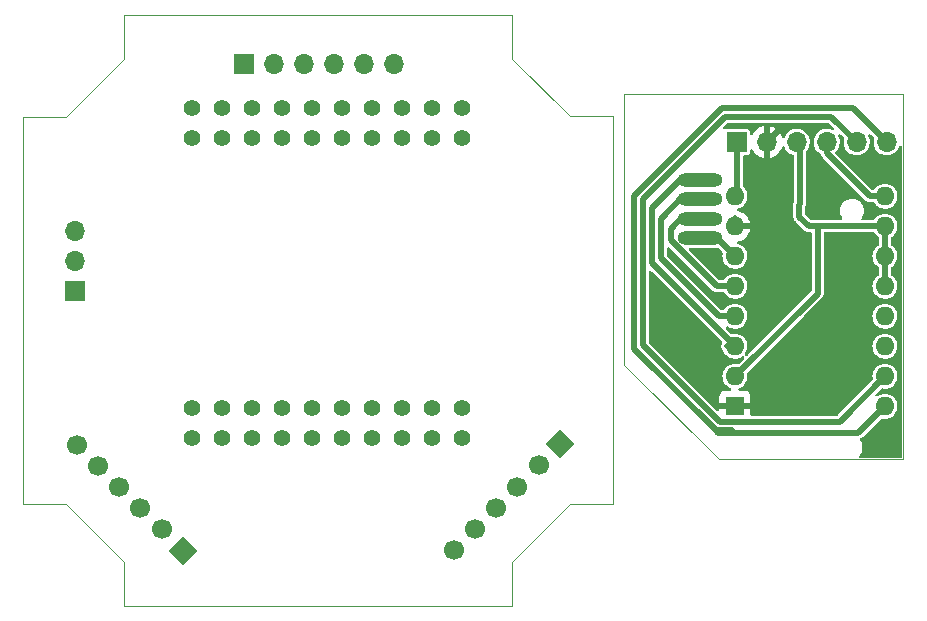
<source format=gbr>
%TF.GenerationSoftware,KiCad,Pcbnew,(6.0.1)*%
%TF.CreationDate,2023-02-04T15:12:00+01:00*%
%TF.ProjectId,PCB_Top_Rev4-PcbDoc,5043425f-546f-4705-9f52-6576342d5063,rev?*%
%TF.SameCoordinates,Original*%
%TF.FileFunction,Copper,L1,Top*%
%TF.FilePolarity,Positive*%
%FSLAX46Y46*%
G04 Gerber Fmt 4.6, Leading zero omitted, Abs format (unit mm)*
G04 Created by KiCad (PCBNEW (6.0.1)) date 2023-02-04 15:12:00*
%MOMM*%
%LPD*%
G01*
G04 APERTURE LIST*
G04 Aperture macros list*
%AMHorizOval*
0 Thick line with rounded ends*
0 $1 width*
0 $2 $3 position (X,Y) of the first rounded end (center of the circle)*
0 $4 $5 position (X,Y) of the second rounded end (center of the circle)*
0 Add line between two ends*
20,1,$1,$2,$3,$4,$5,0*
0 Add two circle primitives to create the rounded ends*
1,1,$1,$2,$3*
1,1,$1,$4,$5*%
%AMRotRect*
0 Rectangle, with rotation*
0 The origin of the aperture is its center*
0 $1 length*
0 $2 width*
0 $3 Rotation angle, in degrees counterclockwise*
0 Add horizontal line*
21,1,$1,$2,0,0,$3*%
G04 Aperture macros list end*
%TA.AperFunction,Profile*%
%ADD10C,0.100000*%
%TD*%
%TA.AperFunction,ComponentPad*%
%ADD11R,1.700000X1.700000*%
%TD*%
%TA.AperFunction,ComponentPad*%
%ADD12O,1.700000X1.700000*%
%TD*%
%TA.AperFunction,ComponentPad*%
%ADD13O,1.600000X1.600000*%
%TD*%
%TA.AperFunction,ComponentPad*%
%ADD14R,1.600000X1.600000*%
%TD*%
%TA.AperFunction,SMDPad,CuDef*%
%ADD15O,3.810000X1.143000*%
%TD*%
%TA.AperFunction,ComponentPad*%
%ADD16RotRect,1.700000X1.700000X225.000000*%
%TD*%
%TA.AperFunction,ComponentPad*%
%ADD17HorizOval,1.700000X0.000000X0.000000X0.000000X0.000000X0*%
%TD*%
%TA.AperFunction,ComponentPad*%
%ADD18RotRect,1.700000X1.700000X315.000000*%
%TD*%
%TA.AperFunction,ComponentPad*%
%ADD19HorizOval,1.700000X0.000000X0.000000X0.000000X0.000000X0*%
%TD*%
%TA.AperFunction,ComponentPad*%
%ADD20C,1.400000*%
%TD*%
%TA.AperFunction,Conductor*%
%ADD21C,0.500000*%
%TD*%
G04 APERTURE END LIST*
D10*
X169773600Y-58572400D02*
X170332400Y-58572400D01*
X169773600Y-81483200D02*
X169773600Y-58572400D01*
X177800000Y-89509600D02*
X169773600Y-81483200D01*
X193395600Y-89509600D02*
X177800000Y-89509600D01*
X193395600Y-58572400D02*
X193395600Y-89509600D01*
X170332400Y-58572400D02*
X193395600Y-58572400D01*
%TO.C,Ref\u002A\u002A*%
X118831617Y-60473457D02*
X118828000Y-93299227D01*
X127416920Y-101880927D02*
X160242700Y-101884527D01*
X160239100Y-55580407D02*
X160239100Y-51888144D01*
X165128500Y-60469817D02*
X160239100Y-55580407D01*
X168824400Y-93295627D02*
X168828000Y-60469817D01*
X160242700Y-98185027D02*
X165132100Y-93295627D01*
X122523880Y-60473457D02*
X118831617Y-60473457D01*
X160242700Y-101884527D02*
X160242700Y-98185027D01*
X122527490Y-93299227D02*
X127416920Y-98188627D01*
X165132100Y-93295627D02*
X168824400Y-93295627D01*
X127413300Y-55584027D02*
X122523880Y-60473457D01*
X127413300Y-51884527D02*
X127413300Y-55584027D01*
X118828000Y-93299227D02*
X122527490Y-93299227D01*
X127413300Y-51884527D02*
X127413300Y-51884527D01*
X127416920Y-98188627D02*
X127416920Y-101880927D01*
X160239100Y-51888144D02*
X127413300Y-51884527D01*
X168828000Y-60469817D02*
X165128500Y-60469817D01*
%TD*%
D11*
%TO.P,J1,1,Pin_1*%
%TO.N,Net-(A1-Pad8)*%
X179283315Y-62635915D03*
D12*
%TO.P,J1,2,Pin_2*%
%TO.N,GND2*%
X181823315Y-62635915D03*
%TO.P,J1,3,Pin_3*%
%TO.N,Net-(A1-Pad10)*%
X184363315Y-62635915D03*
%TO.P,J1,4,Pin_4*%
%TO.N,Net-(A1-Pad9)*%
X186903315Y-62635915D03*
%TO.P,J1,5,Pin_5*%
%TO.N,Net-(A1-Pad15)*%
X189443315Y-62635915D03*
%TO.P,J1,6,Pin_6*%
%TO.N,Net-(A1-Pad16)*%
X191983315Y-62635915D03*
%TD*%
D13*
%TO.P,A1,16,DIR*%
%TO.N,Net-(A1-Pad16)*%
X191833315Y-85000915D03*
%TO.P,A1,15,STEP*%
%TO.N,Net-(A1-Pad15)*%
X191833315Y-82460915D03*
%TO.P,A1,14,~{SLEEP}*%
%TO.N,unconnected-(A1-Pad14)*%
X191833315Y-79920915D03*
%TO.P,A1,13,~{RESET}*%
%TO.N,unconnected-(A1-Pad13)*%
X191833315Y-77380915D03*
%TO.P,A1,12,MS3*%
%TO.N,Net-(A1-Pad10)*%
X191833315Y-74840915D03*
%TO.P,A1,11,MS2*%
X191833315Y-72300915D03*
%TO.P,A1,10,MS1*%
X191833315Y-69760915D03*
%TO.P,A1,9,~{ENABLE}*%
%TO.N,Net-(A1-Pad9)*%
X191833315Y-67220915D03*
%TO.P,A1,8,VMOT*%
%TO.N,Net-(A1-Pad8)*%
X179133315Y-67220915D03*
%TO.P,A1,7,GND*%
%TO.N,GND2*%
X179133315Y-69760915D03*
%TO.P,A1,6,2B*%
%TO.N,Net-(A1-Pad6)*%
X179133315Y-72300915D03*
%TO.P,A1,5,2A*%
%TO.N,Net-(A1-Pad5)*%
X179133315Y-74840915D03*
%TO.P,A1,4,1A*%
%TO.N,Net-(A1-Pad4)*%
X179133315Y-77380915D03*
%TO.P,A1,3,1B*%
%TO.N,Net-(A1-Pad3)*%
X179133315Y-79920915D03*
%TO.P,A1,2,VDD*%
%TO.N,Net-(A1-Pad10)*%
X179133315Y-82460915D03*
D14*
%TO.P,A1,1,GND*%
%TO.N,GND2*%
X179133315Y-85000915D03*
%TD*%
D15*
%TO.P,J2,1,Pin_1*%
%TO.N,Net-(A1-Pad3)*%
X176211280Y-65820925D03*
%TO.P,J2,2,Pin_2*%
%TO.N,Net-(A1-Pad4)*%
X176211280Y-67471925D03*
%TO.P,J2,3,Pin_3*%
%TO.N,Net-(A1-Pad5)*%
X176211280Y-69122925D03*
%TO.P,J2,4,Pin_4*%
%TO.N,Net-(A1-Pad6)*%
X176211280Y-70773925D03*
%TD*%
D16*
%TO.P,J6,1,Pin_1*%
%TO.N,Net-(J4-Pad1)*%
X132388154Y-97234554D03*
D17*
%TO.P,J6,2,Pin_2*%
%TO.N,GND*%
X130592103Y-95438503D03*
%TO.P,J6,3,Pin_3*%
%TO.N,Net-(J4-Pad3)*%
X128796052Y-93642452D03*
%TO.P,J6,4,Pin_4*%
%TO.N,Net-(J4-Pad1)*%
X127000000Y-91846400D03*
%TO.P,J6,5,Pin_5*%
%TO.N,STP_3*%
X125203949Y-90050349D03*
%TO.P,J6,6,Pin_6*%
%TO.N,DIR_3*%
X123407898Y-88254298D03*
%TD*%
D18*
%TO.P,J5,1,Pin_1*%
%TO.N,Net-(J4-Pad1)*%
X164312136Y-88225080D03*
D19*
%TO.P,J5,2,Pin_2*%
%TO.N,GND*%
X162516085Y-90021131D03*
%TO.P,J5,3,Pin_3*%
%TO.N,Net-(J4-Pad3)*%
X160720034Y-91817182D03*
%TO.P,J5,4,Pin_4*%
%TO.N,Net-(J4-Pad1)*%
X158923982Y-93613234D03*
%TO.P,J5,5,Pin_5*%
%TO.N,STP_2*%
X157127931Y-95409285D03*
%TO.P,J5,6,Pin_6*%
%TO.N,DIR_2*%
X155331880Y-97205336D03*
%TD*%
D11*
%TO.P,J3,1,Pin_1*%
%TO.N,Net-(J4-Pad1)*%
X137566400Y-56038600D03*
D12*
%TO.P,J3,2,Pin_2*%
%TO.N,GND*%
X140106400Y-56038600D03*
%TO.P,J3,3,Pin_3*%
%TO.N,Net-(J4-Pad3)*%
X142646400Y-56038600D03*
%TO.P,J3,4,Pin_4*%
%TO.N,Net-(J4-Pad1)*%
X145186400Y-56038600D03*
%TO.P,J3,5,Pin_5*%
%TO.N,STP_1*%
X147726400Y-56038600D03*
%TO.P,J3,6,Pin_6*%
%TO.N,DIR_1*%
X150266400Y-56038600D03*
%TD*%
D20*
%TO.P,U1,40,CLK*%
%TO.N,unconnected-(U1-Pad40)*%
X156006800Y-59740800D03*
%TO.P,U1,39,SD0*%
%TO.N,unconnected-(U1-Pad39)*%
X156006800Y-62280800D03*
%TO.P,U1,38,SD1*%
%TO.N,unconnected-(U1-Pad38)*%
X153466800Y-59740800D03*
%TO.P,U1,37,TD0*%
%TO.N,unconnected-(U1-Pad37)*%
X153466800Y-62280800D03*
%TO.P,U1,36,IO_02*%
%TO.N,DIR_1*%
X150926800Y-59740800D03*
%TO.P,U1,35,VCC_(USB)*%
%TO.N,Net-(J4-Pad3)*%
X150926800Y-62280800D03*
%TO.P,U1,34,IO_00*%
%TO.N,STP_1*%
X148386800Y-59740800D03*
%TO.P,U1,33,GND*%
%TO.N,GND*%
X148386800Y-62280800D03*
%TO.P,U1,32,IO_04*%
%TO.N,unconnected-(U1-Pad32)*%
X145846800Y-59740800D03*
%TO.P,U1,31,IO_16/D4*%
%TO.N,unconnected-(U1-Pad31)*%
X145846800Y-62280800D03*
%TO.P,U1,30,IO_12/TDI*%
%TO.N,unconnected-(U1-Pad30)*%
X143306800Y-59740800D03*
%TO.P,U1,29,IO_17/D3*%
%TO.N,DIR_2*%
X143306800Y-62280800D03*
%TO.P,U1,28,IO_32*%
%TO.N,unconnected-(U1-Pad28)*%
X140766800Y-59740800D03*
%TO.P,U1,27,IO_21/D2/SDA*%
%TO.N,unconnected-(U1-Pad27)*%
X140766800Y-62280800D03*
%TO.P,U1,26,IO_25*%
%TO.N,unconnected-(U1-Pad26)*%
X138226800Y-59740800D03*
%TO.P,U1,25,IO_22/D1/SCL*%
%TO.N,unconnected-(U1-Pad25)*%
X138226800Y-62280800D03*
%TO.P,U1,24,IO_27*%
%TO.N,unconnected-(U1-Pad24)*%
X135686800Y-59740800D03*
%TO.P,U1,23,RXD*%
%TO.N,unconnected-(U1-Pad23)*%
X135686800Y-62280800D03*
%TO.P,U1,22,GND*%
%TO.N,GND*%
X133146800Y-59740800D03*
%TO.P,U1,21,TXD*%
%TO.N,unconnected-(U1-Pad21)*%
X133146800Y-62280800D03*
%TO.P,U1,20,IO_10/SD3*%
%TO.N,unconnected-(U1-Pad20)*%
X156006800Y-85140800D03*
%TO.P,U1,19,CMD*%
%TO.N,unconnected-(U1-Pad19)*%
X156006800Y-87680800D03*
%TO.P,U1,18,IO_13/TCK*%
%TO.N,STP_2*%
X153466800Y-85140800D03*
%TO.P,U1,17,IO_09/SD2*%
%TO.N,unconnected-(U1-Pad17)*%
X153466800Y-87680800D03*
%TO.P,U1,16,3V3*%
%TO.N,unconnected-(U1-Pad16)*%
X150926800Y-85140800D03*
%TO.P,U1,15,NC*%
%TO.N,unconnected-(U1-Pad15)*%
X150926800Y-87680800D03*
%TO.P,U1,14,IO_05/D8*%
%TO.N,unconnected-(U1-Pad14)*%
X148386800Y-85140800D03*
%TO.P,U1,13,IO_14/TMS*%
%TO.N,STP_3*%
X148386800Y-87680800D03*
%TO.P,U1,12,IO_23/D7*%
%TO.N,unconnected-(U1-Pad12)*%
X145846800Y-85140800D03*
%TO.P,U1,11,IO_34*%
%TO.N,unconnected-(U1-Pad11)*%
X145846800Y-87680800D03*
%TO.P,U1,10,IO_19/D6*%
%TO.N,EN*%
X143306800Y-85140800D03*
%TO.P,U1,9,IO_33*%
%TO.N,unconnected-(U1-Pad9)*%
X143306800Y-87680800D03*
%TO.P,U1,8,IO_18/D5*%
%TO.N,DIR_3*%
X140766800Y-85140800D03*
%TO.P,U1,7,IO_35*%
%TO.N,unconnected-(U1-Pad7)*%
X140766800Y-87680800D03*
%TO.P,U1,6,IO_26/D0*%
%TO.N,unconnected-(U1-Pad6)*%
X138226800Y-85140800D03*
%TO.P,U1,5,IO_39/SVN*%
%TO.N,unconnected-(U1-Pad5)*%
X138226800Y-87680800D03*
%TO.P,U1,4,IO_36/SVP/A0*%
%TO.N,unconnected-(U1-Pad4)*%
X135686800Y-85140800D03*
%TO.P,U1,3,NC*%
%TO.N,unconnected-(U1-Pad3)*%
X135686800Y-87680800D03*
%TO.P,U1,2,RST*%
%TO.N,unconnected-(U1-Pad2)*%
X133146800Y-85140800D03*
%TO.P,U1,1,GND*%
%TO.N,GND*%
X133146800Y-87680800D03*
%TD*%
D12*
%TO.P,J4,3,Pin_3*%
%TO.N,Net-(J4-Pad3)*%
X123247000Y-70190600D03*
%TO.P,J4,2,Pin_2*%
%TO.N,GND*%
X123247000Y-72730600D03*
D11*
%TO.P,J4,1,Pin_1*%
%TO.N,Net-(J4-Pad1)*%
X123247000Y-75270600D03*
%TD*%
D21*
%TO.N,GND2*%
X185437604Y-61282404D02*
X185623200Y-61468000D01*
X183176826Y-61282404D02*
X185437604Y-61282404D01*
X181823315Y-62635915D02*
X183176826Y-61282404D01*
%TO.N,Net-(A1-Pad15)*%
X177829804Y-86304426D02*
X187989804Y-86304426D01*
X187989804Y-86304426D02*
X191833315Y-82460915D01*
X187301720Y-60494320D02*
X178328478Y-60494320D01*
X178328478Y-60494320D02*
X171348400Y-67474398D01*
X171348400Y-67474398D02*
X171348400Y-79823022D01*
X189443315Y-62635915D02*
X187301720Y-60494320D01*
X171348400Y-79823022D02*
X177829804Y-86304426D01*
%TO.N,Net-(A1-Pad16)*%
X178016360Y-59740800D02*
X170594880Y-67162280D01*
X189088200Y-59740800D02*
X178016360Y-59740800D01*
X170594880Y-80135140D02*
X177517686Y-87057946D01*
X191983315Y-62635915D02*
X189088200Y-59740800D01*
X170594880Y-67162280D02*
X170594880Y-80135140D01*
X177720394Y-87260654D02*
X177517686Y-87057946D01*
X189573576Y-87260654D02*
X177720394Y-87260654D01*
X191833315Y-85000915D02*
X189573576Y-87260654D01*
%TO.N,Net-(A1-Pad4)*%
X177812515Y-77380915D02*
X179133315Y-77380915D01*
X172872400Y-72440800D02*
X177812515Y-77380915D01*
X172872400Y-69121705D02*
X172872400Y-72440800D01*
X174776180Y-67217925D02*
X172872400Y-69121705D01*
X176109680Y-67217925D02*
X174776180Y-67217925D01*
%TO.N,Net-(A1-Pad16)*%
X177517686Y-87057946D02*
X178866800Y-87057946D01*
%TO.N,Net-(A1-Pad3)*%
X172118880Y-72906480D02*
X179133315Y-79920915D01*
X172118880Y-68224225D02*
X172118880Y-72906480D01*
X176109680Y-65566925D02*
X174776180Y-65566925D01*
X174776180Y-65566925D02*
X172118880Y-68224225D01*
%TO.N,Net-(A1-Pad5)*%
X177576863Y-74840915D02*
X179133315Y-74840915D01*
X173685200Y-70949252D02*
X177576863Y-74840915D01*
X173685200Y-69959905D02*
X173685200Y-70949252D01*
X174776180Y-68868925D02*
X173685200Y-69959905D01*
X176109680Y-68868925D02*
X174776180Y-68868925D01*
%TO.N,Net-(A1-Pad6)*%
X177352325Y-70519925D02*
X179133315Y-72300915D01*
X176109680Y-70519925D02*
X177352325Y-70519925D01*
%TO.N,Net-(A1-Pad10)*%
X179133315Y-82460915D02*
X186133315Y-75460915D01*
X186133315Y-69760915D02*
X191833315Y-69760915D01*
%TO.N,Net-(A1-Pad8)*%
X179283315Y-62635915D02*
X179283315Y-67070915D01*
%TO.N,Net-(A1-Pad9)*%
X186903315Y-63557271D02*
X190566959Y-67220915D01*
%TO.N,Net-(A1-Pad10)*%
X184633315Y-62905915D02*
X184633315Y-67883309D01*
%TO.N,Net-(A1-Pad9)*%
X190566959Y-67220915D02*
X191833315Y-67220915D01*
%TO.N,Net-(A1-Pad10)*%
X191833315Y-74840915D02*
X191833315Y-72300915D01*
X184633315Y-67883309D02*
X184588874Y-67927750D01*
X184588874Y-68972830D02*
X185376959Y-69760915D01*
X191833315Y-69760915D02*
X191833315Y-72300915D01*
%TO.N,GND2*%
X181823315Y-62635915D02*
X181823315Y-68570915D01*
%TO.N,Net-(A1-Pad9)*%
X186903315Y-62635915D02*
X186903315Y-63557271D01*
%TO.N,Net-(A1-Pad8)*%
X179283315Y-67070915D02*
X179133315Y-67220915D01*
%TO.N,Net-(A1-Pad10)*%
X184588874Y-67927750D02*
X184588874Y-68972830D01*
X184363315Y-62635915D02*
X184633315Y-62905915D01*
%TO.N,GND2*%
X179133315Y-69760915D02*
X179133315Y-69071153D01*
%TO.N,Net-(A1-Pad10)*%
X186133315Y-75460915D02*
X186133315Y-69760915D01*
%TO.N,Net-(A1-Pad3)*%
X178473315Y-79920915D02*
X179133315Y-79920915D01*
%TO.N,GND2*%
X180633315Y-69760915D02*
X179133315Y-69760915D01*
%TO.N,Net-(A1-Pad10)*%
X185376959Y-69760915D02*
X186133315Y-69760915D01*
%TO.N,GND2*%
X181823315Y-68570915D02*
X180633315Y-69760915D01*
%TD*%
%TA.AperFunction,Conductor*%
%TO.N,GND2*%
G36*
X187108680Y-61018822D02*
G01*
X187129654Y-61035725D01*
X187530544Y-61436615D01*
X187564570Y-61498927D01*
X187559505Y-61569742D01*
X187516958Y-61626578D01*
X187450438Y-61651389D01*
X187394760Y-61642740D01*
X187218354Y-61572361D01*
X187212694Y-61571235D01*
X187212690Y-61571234D01*
X187024928Y-61533886D01*
X187024925Y-61533886D01*
X187019261Y-61532759D01*
X187013486Y-61532683D01*
X187013482Y-61532683D01*
X186912108Y-61531356D01*
X186816286Y-61530102D01*
X186810589Y-61531081D01*
X186810588Y-61531081D01*
X186621922Y-61563500D01*
X186616225Y-61564479D01*
X186425778Y-61634739D01*
X186251325Y-61738527D01*
X186246985Y-61742333D01*
X186246981Y-61742336D01*
X186103048Y-61868563D01*
X186098707Y-61872370D01*
X185973035Y-62031784D01*
X185970346Y-62036895D01*
X185970344Y-62036898D01*
X185959148Y-62058179D01*
X185878518Y-62211430D01*
X185818322Y-62405293D01*
X185794463Y-62606879D01*
X185807739Y-62809437D01*
X185809160Y-62815033D01*
X185809161Y-62815038D01*
X185852444Y-62985460D01*
X185857707Y-63006184D01*
X185860124Y-63011427D01*
X185897325Y-63092123D01*
X185942692Y-63190531D01*
X186059848Y-63356304D01*
X186205253Y-63497950D01*
X186210057Y-63501160D01*
X186355664Y-63598452D01*
X186401192Y-63652929D01*
X186403703Y-63660812D01*
X186404216Y-63660627D01*
X186406815Y-63667826D01*
X186411897Y-63688209D01*
X186412842Y-63691439D01*
X186414114Y-63700323D01*
X186417829Y-63708494D01*
X186433533Y-63743034D01*
X186437345Y-63752399D01*
X186450237Y-63788108D01*
X186450239Y-63788111D01*
X186453287Y-63796555D01*
X186458583Y-63803804D01*
X186460155Y-63806761D01*
X186468408Y-63820885D01*
X186470213Y-63823708D01*
X186473927Y-63831876D01*
X186503689Y-63866415D01*
X186504558Y-63867424D01*
X186510840Y-63875335D01*
X186518788Y-63886215D01*
X186529650Y-63897077D01*
X186536008Y-63903923D01*
X186568259Y-63941353D01*
X186575794Y-63946237D01*
X186582366Y-63951970D01*
X186593770Y-63961197D01*
X190160282Y-67527709D01*
X190167824Y-67537149D01*
X190168204Y-67536826D01*
X190174022Y-67543662D01*
X190178812Y-67551254D01*
X190185540Y-67557196D01*
X190218818Y-67586586D01*
X190224505Y-67591932D01*
X190235839Y-67603266D01*
X190239422Y-67605951D01*
X190239424Y-67605953D01*
X190244114Y-67609468D01*
X190251957Y-67615853D01*
X190287129Y-67646916D01*
X190295251Y-67650729D01*
X190298052Y-67652569D01*
X190312047Y-67660978D01*
X190315010Y-67662600D01*
X190322195Y-67667985D01*
X190330605Y-67671138D01*
X190330607Y-67671139D01*
X190366141Y-67684461D01*
X190375454Y-67688385D01*
X190417941Y-67708332D01*
X190426815Y-67709714D01*
X190430042Y-67710700D01*
X190445825Y-67714840D01*
X190449103Y-67715561D01*
X190457511Y-67718713D01*
X190471268Y-67719735D01*
X190504316Y-67722191D01*
X190514363Y-67723345D01*
X190522845Y-67724666D01*
X190522848Y-67724666D01*
X190527656Y-67725415D01*
X190543021Y-67725415D01*
X190552359Y-67725761D01*
X190601626Y-67729422D01*
X190610401Y-67727549D01*
X190619097Y-67726956D01*
X190633697Y-67725415D01*
X190830023Y-67725415D01*
X190898144Y-67745417D01*
X190934538Y-67785509D01*
X190936494Y-67784249D01*
X190939831Y-67789427D01*
X190942649Y-67794910D01*
X190946478Y-67799741D01*
X190968284Y-67827253D01*
X191071101Y-67956976D01*
X191075794Y-67960970D01*
X191075795Y-67960971D01*
X191145420Y-68020226D01*
X191228586Y-68091006D01*
X191409104Y-68191895D01*
X191605781Y-68255799D01*
X191811124Y-68280285D01*
X191817259Y-68279813D01*
X191817261Y-68279813D01*
X192011171Y-68264892D01*
X192011175Y-68264891D01*
X192017313Y-68264419D01*
X192216493Y-68208807D01*
X192221997Y-68206027D01*
X192221999Y-68206026D01*
X192395577Y-68118346D01*
X192395579Y-68118345D01*
X192401078Y-68115567D01*
X192564037Y-67988249D01*
X192568063Y-67983585D01*
X192568066Y-67983582D01*
X192695134Y-67836372D01*
X192695135Y-67836370D01*
X192699163Y-67831704D01*
X192757268Y-67729422D01*
X192798265Y-67657255D01*
X192798267Y-67657251D01*
X192801310Y-67651894D01*
X192839588Y-67536826D01*
X192864640Y-67461516D01*
X192864641Y-67461513D01*
X192866585Y-67455668D01*
X192892504Y-67250501D01*
X192892917Y-67220915D01*
X192872737Y-67015104D01*
X192812966Y-66817132D01*
X192759414Y-66716415D01*
X192718774Y-66639982D01*
X192718772Y-66639979D01*
X192715880Y-66634540D01*
X192711989Y-66629770D01*
X192711987Y-66629766D01*
X192589073Y-66479058D01*
X192589070Y-66479055D01*
X192585178Y-66474283D01*
X192578281Y-66468577D01*
X192430586Y-66346393D01*
X192430581Y-66346390D01*
X192425837Y-66342465D01*
X192420418Y-66339535D01*
X192420415Y-66339533D01*
X192249347Y-66247037D01*
X192249342Y-66247035D01*
X192243927Y-66244107D01*
X192046378Y-66182955D01*
X192040253Y-66182311D01*
X192040252Y-66182311D01*
X191846841Y-66161983D01*
X191846839Y-66161983D01*
X191840712Y-66161339D01*
X191714544Y-66172821D01*
X191640906Y-66179522D01*
X191640905Y-66179522D01*
X191634765Y-66180081D01*
X191436381Y-66238469D01*
X191430916Y-66241326D01*
X191258576Y-66331423D01*
X191258572Y-66331426D01*
X191253116Y-66334278D01*
X191091950Y-66463858D01*
X190959023Y-66622275D01*
X190956059Y-66627667D01*
X190956056Y-66627671D01*
X190943166Y-66651118D01*
X190892820Y-66701175D01*
X190832752Y-66716415D01*
X190828120Y-66716415D01*
X190759999Y-66696413D01*
X190739025Y-66679510D01*
X187671824Y-63612309D01*
X187637798Y-63549997D01*
X187642863Y-63479182D01*
X187679142Y-63428046D01*
X187679135Y-63428039D01*
X187679175Y-63427999D01*
X187680354Y-63426337D01*
X187683223Y-63423951D01*
X187683228Y-63423946D01*
X187687660Y-63420260D01*
X187752803Y-63341935D01*
X187813768Y-63268633D01*
X187813770Y-63268630D01*
X187817462Y-63264191D01*
X187916649Y-63087080D01*
X187918505Y-63081613D01*
X187918507Y-63081608D01*
X187980043Y-62900329D01*
X187980044Y-62900324D01*
X187981899Y-62894860D01*
X187982727Y-62889151D01*
X187982728Y-62889146D01*
X188010494Y-62697642D01*
X188011027Y-62693968D01*
X188012547Y-62635915D01*
X187993973Y-62433774D01*
X187992405Y-62428214D01*
X187940440Y-62243961D01*
X187940439Y-62243959D01*
X187938872Y-62238402D01*
X187926306Y-62212919D01*
X187893596Y-62146591D01*
X187881406Y-62076649D01*
X187908965Y-62011219D01*
X187967523Y-61971076D01*
X188038489Y-61968965D01*
X188095697Y-62001768D01*
X188337907Y-62243978D01*
X188371933Y-62306290D01*
X188369145Y-62370437D01*
X188358322Y-62405293D01*
X188334463Y-62606879D01*
X188347739Y-62809437D01*
X188349160Y-62815033D01*
X188349161Y-62815038D01*
X188392444Y-62985460D01*
X188397707Y-63006184D01*
X188400124Y-63011427D01*
X188437325Y-63092123D01*
X188482692Y-63190531D01*
X188599848Y-63356304D01*
X188745253Y-63497950D01*
X188914035Y-63610727D01*
X188919338Y-63613005D01*
X188919341Y-63613007D01*
X189095236Y-63688577D01*
X189100543Y-63690857D01*
X189142377Y-63700323D01*
X189292894Y-63734382D01*
X189292899Y-63734383D01*
X189298531Y-63735657D01*
X189304302Y-63735884D01*
X189304304Y-63735884D01*
X189364071Y-63738232D01*
X189501368Y-63743627D01*
X189611325Y-63727684D01*
X189696546Y-63715328D01*
X189696551Y-63715327D01*
X189702260Y-63714499D01*
X189707724Y-63712644D01*
X189707729Y-63712643D01*
X189889008Y-63651107D01*
X189889013Y-63651105D01*
X189894480Y-63649249D01*
X190071591Y-63550062D01*
X190111284Y-63517050D01*
X190199011Y-63444087D01*
X190227660Y-63420260D01*
X190292803Y-63341935D01*
X190353768Y-63268633D01*
X190353770Y-63268630D01*
X190357462Y-63264191D01*
X190456649Y-63087080D01*
X190458505Y-63081613D01*
X190458507Y-63081608D01*
X190520043Y-62900329D01*
X190520044Y-62900324D01*
X190521899Y-62894860D01*
X190522727Y-62889151D01*
X190522728Y-62889146D01*
X190550494Y-62697642D01*
X190551027Y-62693968D01*
X190552547Y-62635915D01*
X190533973Y-62433774D01*
X190532405Y-62428214D01*
X190480440Y-62243961D01*
X190480439Y-62243959D01*
X190478872Y-62238402D01*
X190466306Y-62212919D01*
X190433596Y-62146591D01*
X190421406Y-62076649D01*
X190448965Y-62011219D01*
X190507523Y-61971076D01*
X190578489Y-61968965D01*
X190635697Y-62001768D01*
X190877907Y-62243978D01*
X190911933Y-62306290D01*
X190909145Y-62370437D01*
X190898322Y-62405293D01*
X190874463Y-62606879D01*
X190887739Y-62809437D01*
X190889160Y-62815033D01*
X190889161Y-62815038D01*
X190932444Y-62985460D01*
X190937707Y-63006184D01*
X190940124Y-63011427D01*
X190977325Y-63092123D01*
X191022692Y-63190531D01*
X191139848Y-63356304D01*
X191285253Y-63497950D01*
X191454035Y-63610727D01*
X191459338Y-63613005D01*
X191459341Y-63613007D01*
X191635236Y-63688577D01*
X191640543Y-63690857D01*
X191682377Y-63700323D01*
X191832894Y-63734382D01*
X191832899Y-63734383D01*
X191838531Y-63735657D01*
X191844302Y-63735884D01*
X191844304Y-63735884D01*
X191904071Y-63738232D01*
X192041368Y-63743627D01*
X192151325Y-63727684D01*
X192236546Y-63715328D01*
X192236551Y-63715327D01*
X192242260Y-63714499D01*
X192247724Y-63712644D01*
X192247729Y-63712643D01*
X192429008Y-63651107D01*
X192429013Y-63651105D01*
X192434480Y-63649249D01*
X192611591Y-63550062D01*
X192651284Y-63517050D01*
X192739011Y-63444087D01*
X192767660Y-63420260D01*
X192832803Y-63341935D01*
X192893768Y-63268633D01*
X192893770Y-63268630D01*
X192897462Y-63264191D01*
X192996649Y-63087080D01*
X192998505Y-63081613D01*
X192998507Y-63081608D01*
X193023287Y-63008607D01*
X193064124Y-62950530D01*
X193129877Y-62923752D01*
X193199669Y-62936773D01*
X193251342Y-62985460D01*
X193268600Y-63049108D01*
X193268600Y-89256600D01*
X193248598Y-89324721D01*
X193194942Y-89371214D01*
X193142600Y-89382600D01*
X189786545Y-89382600D01*
X189718424Y-89362598D01*
X189671931Y-89308942D01*
X189661827Y-89238668D01*
X189689460Y-89176285D01*
X189754146Y-89098093D01*
X189758074Y-89093345D01*
X189852888Y-88917990D01*
X189911836Y-88727560D01*
X189912685Y-88719486D01*
X189932029Y-88535435D01*
X189932029Y-88535433D01*
X189932673Y-88529306D01*
X189914606Y-88330780D01*
X189912292Y-88322916D01*
X189860064Y-88145464D01*
X189858322Y-88139545D01*
X189765966Y-87962884D01*
X189729941Y-87918078D01*
X189702845Y-87852456D01*
X189715528Y-87782601D01*
X189763964Y-87730693D01*
X189785355Y-87720612D01*
X189804416Y-87713731D01*
X189804420Y-87713729D01*
X189812860Y-87710682D01*
X189820109Y-87705387D01*
X189823066Y-87703814D01*
X189837190Y-87695561D01*
X189840013Y-87693756D01*
X189848181Y-87690042D01*
X189854978Y-87684185D01*
X189854980Y-87684184D01*
X189883729Y-87659411D01*
X189891640Y-87653129D01*
X189902520Y-87645181D01*
X189913382Y-87634319D01*
X189920229Y-87627961D01*
X189950858Y-87601569D01*
X189957658Y-87595710D01*
X189962542Y-87588175D01*
X189968275Y-87581603D01*
X189977502Y-87570199D01*
X191480548Y-86067152D01*
X191542860Y-86033127D01*
X191596704Y-86033187D01*
X191599916Y-86033893D01*
X191605781Y-86035799D01*
X191611899Y-86036529D01*
X191611901Y-86036529D01*
X191682036Y-86044892D01*
X191811124Y-86060285D01*
X191817259Y-86059813D01*
X191817261Y-86059813D01*
X192011171Y-86044892D01*
X192011175Y-86044891D01*
X192017313Y-86044419D01*
X192216493Y-85988807D01*
X192221997Y-85986027D01*
X192221999Y-85986026D01*
X192395577Y-85898346D01*
X192395579Y-85898345D01*
X192401078Y-85895567D01*
X192564037Y-85768249D01*
X192568063Y-85763585D01*
X192568066Y-85763582D01*
X192695134Y-85616372D01*
X192695135Y-85616370D01*
X192699163Y-85611704D01*
X192801310Y-85431894D01*
X192833948Y-85333781D01*
X192864640Y-85241516D01*
X192864641Y-85241513D01*
X192866585Y-85235668D01*
X192892504Y-85030501D01*
X192892917Y-85000915D01*
X192872737Y-84795104D01*
X192812966Y-84597132D01*
X192715880Y-84414540D01*
X192711989Y-84409770D01*
X192711987Y-84409766D01*
X192589073Y-84259058D01*
X192589070Y-84259055D01*
X192585178Y-84254283D01*
X192580429Y-84250354D01*
X192430586Y-84126393D01*
X192430581Y-84126390D01*
X192425837Y-84122465D01*
X192420418Y-84119535D01*
X192420415Y-84119533D01*
X192249347Y-84027037D01*
X192249342Y-84027035D01*
X192243927Y-84024107D01*
X192046378Y-83962955D01*
X192040253Y-83962311D01*
X192040252Y-83962311D01*
X191846841Y-83941983D01*
X191846839Y-83941983D01*
X191840712Y-83941339D01*
X191714544Y-83952821D01*
X191640906Y-83959522D01*
X191640905Y-83959522D01*
X191634765Y-83960081D01*
X191436381Y-84018469D01*
X191430916Y-84021326D01*
X191258576Y-84111423D01*
X191258572Y-84111426D01*
X191253116Y-84114278D01*
X191248316Y-84118138D01*
X191248315Y-84118138D01*
X191230900Y-84132140D01*
X191165277Y-84159236D01*
X191095423Y-84146552D01*
X191043515Y-84098116D01*
X191026033Y-84029305D01*
X191048529Y-83961967D01*
X191062853Y-83944848D01*
X191480548Y-83527153D01*
X191542860Y-83493127D01*
X191596698Y-83493187D01*
X191599927Y-83493897D01*
X191605781Y-83495799D01*
X191811124Y-83520285D01*
X191817259Y-83519813D01*
X191817261Y-83519813D01*
X192011171Y-83504892D01*
X192011175Y-83504891D01*
X192017313Y-83504419D01*
X192216493Y-83448807D01*
X192221997Y-83446027D01*
X192221999Y-83446026D01*
X192395577Y-83358346D01*
X192395579Y-83358345D01*
X192401078Y-83355567D01*
X192564037Y-83228249D01*
X192568063Y-83223585D01*
X192568066Y-83223582D01*
X192695134Y-83076372D01*
X192695135Y-83076370D01*
X192699163Y-83071704D01*
X192801310Y-82891894D01*
X192833947Y-82793781D01*
X192864640Y-82701516D01*
X192864641Y-82701513D01*
X192866585Y-82695668D01*
X192892504Y-82490501D01*
X192892917Y-82460915D01*
X192872737Y-82255104D01*
X192812966Y-82057132D01*
X192715880Y-81874540D01*
X192711989Y-81869770D01*
X192711987Y-81869766D01*
X192589073Y-81719058D01*
X192589070Y-81719055D01*
X192585178Y-81714283D01*
X192578281Y-81708577D01*
X192430586Y-81586393D01*
X192430581Y-81586390D01*
X192425837Y-81582465D01*
X192420418Y-81579535D01*
X192420415Y-81579533D01*
X192249347Y-81487037D01*
X192249342Y-81487035D01*
X192243927Y-81484107D01*
X192046378Y-81422955D01*
X192040253Y-81422311D01*
X192040252Y-81422311D01*
X191846841Y-81401983D01*
X191846839Y-81401983D01*
X191840712Y-81401339D01*
X191714544Y-81412821D01*
X191640906Y-81419522D01*
X191640905Y-81419522D01*
X191634765Y-81420081D01*
X191436381Y-81478469D01*
X191430916Y-81481326D01*
X191258576Y-81571423D01*
X191258572Y-81571426D01*
X191253116Y-81574278D01*
X191091950Y-81703858D01*
X190959023Y-81862275D01*
X190859397Y-82043493D01*
X190796868Y-82240611D01*
X190796182Y-82246728D01*
X190796181Y-82246732D01*
X190795242Y-82255104D01*
X190773816Y-82446121D01*
X190791121Y-82652193D01*
X190792820Y-82658118D01*
X190792821Y-82658121D01*
X190801292Y-82687663D01*
X190800843Y-82758658D01*
X190769269Y-82811490D01*
X187817738Y-85763021D01*
X187755426Y-85797047D01*
X187728643Y-85799926D01*
X180567315Y-85799926D01*
X180499194Y-85779924D01*
X180452701Y-85726268D01*
X180441315Y-85673926D01*
X180441315Y-85273030D01*
X180436840Y-85257791D01*
X180435450Y-85256586D01*
X180427767Y-85254915D01*
X177843431Y-85254915D01*
X177828192Y-85259390D01*
X177826987Y-85260780D01*
X177825316Y-85268463D01*
X177825316Y-85282278D01*
X177805314Y-85350399D01*
X177751658Y-85396892D01*
X177681384Y-85406996D01*
X177616804Y-85377502D01*
X177610221Y-85371373D01*
X174940365Y-82701516D01*
X171889805Y-79650956D01*
X171855779Y-79588644D01*
X171852900Y-79561861D01*
X171852900Y-73658161D01*
X171872902Y-73590040D01*
X171926558Y-73543547D01*
X171996832Y-73533443D01*
X172061412Y-73562937D01*
X172067995Y-73569066D01*
X178015401Y-79516472D01*
X178049427Y-79578784D01*
X178044362Y-79649599D01*
X178032039Y-79674099D01*
X178010632Y-79707125D01*
X178008059Y-79715727D01*
X178008059Y-79715728D01*
X178006412Y-79721237D01*
X177969225Y-79845578D01*
X177968343Y-79990088D01*
X177970810Y-79998719D01*
X177970810Y-79998721D01*
X178005587Y-80120406D01*
X178005589Y-80120410D01*
X178008054Y-80129036D01*
X178012841Y-80136623D01*
X178012842Y-80136625D01*
X178028547Y-80161516D01*
X178085168Y-80251254D01*
X178126439Y-80287703D01*
X178155091Y-80324540D01*
X178242649Y-80494910D01*
X178371101Y-80656976D01*
X178375794Y-80660970D01*
X178375795Y-80660971D01*
X178504701Y-80770678D01*
X178528586Y-80791006D01*
X178709104Y-80891895D01*
X178905781Y-80955799D01*
X179111124Y-80980285D01*
X179117259Y-80979813D01*
X179117261Y-80979813D01*
X179311171Y-80964892D01*
X179311175Y-80964891D01*
X179317313Y-80964419D01*
X179516493Y-80908807D01*
X179521997Y-80906027D01*
X179521999Y-80906026D01*
X179695577Y-80818346D01*
X179695579Y-80818345D01*
X179701078Y-80815567D01*
X179742507Y-80783199D01*
X179808502Y-80757021D01*
X179878172Y-80770678D01*
X179929399Y-80819834D01*
X179945919Y-80888882D01*
X179922485Y-80955900D01*
X179909176Y-80971583D01*
X179485211Y-81395548D01*
X179422899Y-81429574D01*
X179358857Y-81426818D01*
X179346378Y-81422955D01*
X179340253Y-81422311D01*
X179340252Y-81422311D01*
X179146841Y-81401983D01*
X179146839Y-81401983D01*
X179140712Y-81401339D01*
X179014544Y-81412821D01*
X178940906Y-81419522D01*
X178940905Y-81419522D01*
X178934765Y-81420081D01*
X178736381Y-81478469D01*
X178730916Y-81481326D01*
X178558576Y-81571423D01*
X178558572Y-81571426D01*
X178553116Y-81574278D01*
X178391950Y-81703858D01*
X178259023Y-81862275D01*
X178159397Y-82043493D01*
X178096868Y-82240611D01*
X178096182Y-82246728D01*
X178096181Y-82246732D01*
X178095242Y-82255104D01*
X178073816Y-82446121D01*
X178091121Y-82652193D01*
X178148122Y-82850981D01*
X178150940Y-82856463D01*
X178150941Y-82856467D01*
X178239829Y-83029424D01*
X178239832Y-83029428D01*
X178242649Y-83034910D01*
X178371101Y-83196976D01*
X178528586Y-83331006D01*
X178709104Y-83431895D01*
X178752595Y-83446026D01*
X178755848Y-83447083D01*
X178814453Y-83487157D01*
X178842090Y-83552554D01*
X178829983Y-83622510D01*
X178781976Y-83674816D01*
X178716911Y-83692916D01*
X178288646Y-83692916D01*
X178281825Y-83693286D01*
X178230963Y-83698810D01*
X178215711Y-83702436D01*
X178095261Y-83747591D01*
X178079666Y-83756129D01*
X177977591Y-83832630D01*
X177965030Y-83845191D01*
X177888529Y-83947266D01*
X177879991Y-83962861D01*
X177834837Y-84083309D01*
X177831210Y-84098564D01*
X177825684Y-84149429D01*
X177825315Y-84156243D01*
X177825315Y-84728800D01*
X177829790Y-84744039D01*
X177831180Y-84745244D01*
X177838863Y-84746915D01*
X180423199Y-84746915D01*
X180438438Y-84742440D01*
X180439643Y-84741050D01*
X180441314Y-84733367D01*
X180441314Y-84156246D01*
X180440944Y-84149425D01*
X180435420Y-84098563D01*
X180431794Y-84083311D01*
X180386639Y-83962861D01*
X180378101Y-83947266D01*
X180301600Y-83845191D01*
X180289039Y-83832630D01*
X180186964Y-83756129D01*
X180171369Y-83747591D01*
X180050921Y-83702437D01*
X180035666Y-83698810D01*
X179984801Y-83693284D01*
X179977987Y-83692915D01*
X179558756Y-83692915D01*
X179490635Y-83672913D01*
X179444142Y-83619257D01*
X179434038Y-83548983D01*
X179463532Y-83484403D01*
X179512518Y-83449917D01*
X179516493Y-83448807D01*
X179521995Y-83446028D01*
X179521997Y-83446027D01*
X179695577Y-83358346D01*
X179695579Y-83358345D01*
X179701078Y-83355567D01*
X179864037Y-83228249D01*
X179868063Y-83223585D01*
X179868066Y-83223582D01*
X179995134Y-83076372D01*
X179995135Y-83076370D01*
X179999163Y-83071704D01*
X180101310Y-82891894D01*
X180133947Y-82793781D01*
X180164640Y-82701516D01*
X180164641Y-82701513D01*
X180166585Y-82695668D01*
X180192504Y-82490501D01*
X180192917Y-82460915D01*
X180172737Y-82255104D01*
X180166671Y-82235013D01*
X180166131Y-82164019D01*
X180198199Y-82109502D01*
X182401580Y-79906121D01*
X190773816Y-79906121D01*
X190791121Y-80112193D01*
X190848122Y-80310981D01*
X190850940Y-80316463D01*
X190850941Y-80316467D01*
X190939829Y-80489424D01*
X190939832Y-80489428D01*
X190942649Y-80494910D01*
X191071101Y-80656976D01*
X191075794Y-80660970D01*
X191075795Y-80660971D01*
X191204701Y-80770678D01*
X191228586Y-80791006D01*
X191409104Y-80891895D01*
X191605781Y-80955799D01*
X191811124Y-80980285D01*
X191817259Y-80979813D01*
X191817261Y-80979813D01*
X192011171Y-80964892D01*
X192011175Y-80964891D01*
X192017313Y-80964419D01*
X192216493Y-80908807D01*
X192221997Y-80906027D01*
X192221999Y-80906026D01*
X192395577Y-80818346D01*
X192395579Y-80818345D01*
X192401078Y-80815567D01*
X192564037Y-80688249D01*
X192568063Y-80683585D01*
X192568066Y-80683582D01*
X192695134Y-80536372D01*
X192695135Y-80536370D01*
X192699163Y-80531704D01*
X192763926Y-80417702D01*
X192798265Y-80357255D01*
X192798267Y-80357251D01*
X192801310Y-80351894D01*
X192866585Y-80155668D01*
X192892504Y-79950501D01*
X192892917Y-79920915D01*
X192872737Y-79715104D01*
X192812966Y-79517132D01*
X192715880Y-79334540D01*
X192711989Y-79329770D01*
X192711987Y-79329766D01*
X192589073Y-79179058D01*
X192589070Y-79179055D01*
X192585178Y-79174283D01*
X192578281Y-79168577D01*
X192430586Y-79046393D01*
X192430581Y-79046390D01*
X192425837Y-79042465D01*
X192420418Y-79039535D01*
X192420415Y-79039533D01*
X192249347Y-78947037D01*
X192249342Y-78947035D01*
X192243927Y-78944107D01*
X192046378Y-78882955D01*
X192040253Y-78882311D01*
X192040252Y-78882311D01*
X191846841Y-78861983D01*
X191846839Y-78861983D01*
X191840712Y-78861339D01*
X191714544Y-78872821D01*
X191640906Y-78879522D01*
X191640905Y-78879522D01*
X191634765Y-78880081D01*
X191436381Y-78938469D01*
X191430916Y-78941326D01*
X191258576Y-79031423D01*
X191258572Y-79031426D01*
X191253116Y-79034278D01*
X191091950Y-79163858D01*
X190959023Y-79322275D01*
X190859397Y-79503493D01*
X190796868Y-79700611D01*
X190773816Y-79906121D01*
X182401580Y-79906121D01*
X184941580Y-77366121D01*
X190773816Y-77366121D01*
X190791121Y-77572193D01*
X190848122Y-77770981D01*
X190850940Y-77776463D01*
X190850941Y-77776467D01*
X190939829Y-77949424D01*
X190939832Y-77949428D01*
X190942649Y-77954910D01*
X191071101Y-78116976D01*
X191075794Y-78120970D01*
X191075795Y-78120971D01*
X191158318Y-78191203D01*
X191228586Y-78251006D01*
X191409104Y-78351895D01*
X191605781Y-78415799D01*
X191811124Y-78440285D01*
X191817259Y-78439813D01*
X191817261Y-78439813D01*
X192011171Y-78424892D01*
X192011175Y-78424891D01*
X192017313Y-78424419D01*
X192216493Y-78368807D01*
X192221997Y-78366027D01*
X192221999Y-78366026D01*
X192395577Y-78278346D01*
X192395579Y-78278345D01*
X192401078Y-78275567D01*
X192564037Y-78148249D01*
X192568063Y-78143585D01*
X192568066Y-78143582D01*
X192695134Y-77996372D01*
X192695135Y-77996370D01*
X192699163Y-77991704D01*
X192801310Y-77811894D01*
X192866585Y-77615668D01*
X192892504Y-77410501D01*
X192892917Y-77380915D01*
X192872737Y-77175104D01*
X192812966Y-76977132D01*
X192759414Y-76876415D01*
X192718774Y-76799982D01*
X192718772Y-76799979D01*
X192715880Y-76794540D01*
X192711989Y-76789770D01*
X192711987Y-76789766D01*
X192589073Y-76639058D01*
X192589070Y-76639055D01*
X192585178Y-76634283D01*
X192578281Y-76628577D01*
X192430586Y-76506393D01*
X192430581Y-76506390D01*
X192425837Y-76502465D01*
X192420418Y-76499535D01*
X192420415Y-76499533D01*
X192249347Y-76407037D01*
X192249342Y-76407035D01*
X192243927Y-76404107D01*
X192046378Y-76342955D01*
X192040253Y-76342311D01*
X192040252Y-76342311D01*
X191846841Y-76321983D01*
X191846839Y-76321983D01*
X191840712Y-76321339D01*
X191714544Y-76332821D01*
X191640906Y-76339522D01*
X191640905Y-76339522D01*
X191634765Y-76340081D01*
X191436381Y-76398469D01*
X191430916Y-76401326D01*
X191258576Y-76491423D01*
X191258572Y-76491426D01*
X191253116Y-76494278D01*
X191091950Y-76623858D01*
X190959023Y-76782275D01*
X190859397Y-76963493D01*
X190796868Y-77160611D01*
X190773816Y-77366121D01*
X184941580Y-77366121D01*
X186440109Y-75867592D01*
X186449549Y-75860050D01*
X186449226Y-75859670D01*
X186456062Y-75853852D01*
X186463654Y-75849062D01*
X186498987Y-75809055D01*
X186504332Y-75803369D01*
X186515666Y-75792035D01*
X186521868Y-75783760D01*
X186528255Y-75775915D01*
X186553375Y-75747472D01*
X186559316Y-75740745D01*
X186563129Y-75732623D01*
X186564969Y-75729822D01*
X186573378Y-75715827D01*
X186575000Y-75712864D01*
X186580385Y-75705679D01*
X186583539Y-75697267D01*
X186596861Y-75661733D01*
X186600786Y-75652417D01*
X186616916Y-75618060D01*
X186620732Y-75609933D01*
X186622114Y-75601059D01*
X186623100Y-75597832D01*
X186627240Y-75582049D01*
X186627961Y-75578771D01*
X186631113Y-75570363D01*
X186634591Y-75523558D01*
X186635745Y-75513511D01*
X186637066Y-75505029D01*
X186637066Y-75505026D01*
X186637815Y-75500218D01*
X186637815Y-75484853D01*
X186638161Y-75475516D01*
X186641157Y-75435196D01*
X186641822Y-75426248D01*
X186639949Y-75417473D01*
X186639356Y-75408777D01*
X186637815Y-75394177D01*
X186637815Y-70391415D01*
X186657817Y-70323294D01*
X186711473Y-70276801D01*
X186763815Y-70265415D01*
X190830023Y-70265415D01*
X190898144Y-70285417D01*
X190934538Y-70325509D01*
X190936494Y-70324249D01*
X190939831Y-70329427D01*
X190942649Y-70334910D01*
X190946478Y-70339741D01*
X190971812Y-70371704D01*
X191071101Y-70496976D01*
X191228586Y-70631006D01*
X191233963Y-70634011D01*
X191233967Y-70634014D01*
X191264285Y-70650958D01*
X191313991Y-70701651D01*
X191328815Y-70760946D01*
X191328815Y-71298395D01*
X191308813Y-71366516D01*
X191263602Y-71407854D01*
X191263731Y-71408051D01*
X191262520Y-71408843D01*
X191261196Y-71410054D01*
X191253116Y-71414278D01*
X191091950Y-71543858D01*
X190959023Y-71702275D01*
X190859397Y-71883493D01*
X190796868Y-72080611D01*
X190796182Y-72086728D01*
X190796182Y-72086730D01*
X190773816Y-72286121D01*
X190791121Y-72492193D01*
X190848122Y-72690981D01*
X190850940Y-72696463D01*
X190850941Y-72696467D01*
X190939829Y-72869424D01*
X190939832Y-72869428D01*
X190942649Y-72874910D01*
X191071101Y-73036976D01*
X191228586Y-73171006D01*
X191233963Y-73174011D01*
X191233967Y-73174014D01*
X191264285Y-73190958D01*
X191313991Y-73241651D01*
X191328815Y-73300946D01*
X191328815Y-73838395D01*
X191308813Y-73906516D01*
X191263602Y-73947854D01*
X191263731Y-73948051D01*
X191262520Y-73948843D01*
X191261196Y-73950054D01*
X191253116Y-73954278D01*
X191091950Y-74083858D01*
X190959023Y-74242275D01*
X190859397Y-74423493D01*
X190796868Y-74620611D01*
X190773816Y-74826121D01*
X190791121Y-75032193D01*
X190848122Y-75230981D01*
X190850940Y-75236463D01*
X190850941Y-75236467D01*
X190939829Y-75409424D01*
X190939832Y-75409428D01*
X190942649Y-75414910D01*
X191071101Y-75576976D01*
X191075794Y-75580970D01*
X191075795Y-75580971D01*
X191212443Y-75697267D01*
X191228586Y-75711006D01*
X191409104Y-75811895D01*
X191605781Y-75875799D01*
X191811124Y-75900285D01*
X191817259Y-75899813D01*
X191817261Y-75899813D01*
X192011171Y-75884892D01*
X192011175Y-75884891D01*
X192017313Y-75884419D01*
X192216493Y-75828807D01*
X192221997Y-75826027D01*
X192221999Y-75826026D01*
X192395577Y-75738346D01*
X192395579Y-75738345D01*
X192401078Y-75735567D01*
X192564037Y-75608249D01*
X192568063Y-75603585D01*
X192568066Y-75603582D01*
X192695134Y-75456372D01*
X192695135Y-75456370D01*
X192699163Y-75451704D01*
X192758668Y-75346957D01*
X192798265Y-75277255D01*
X192798267Y-75277251D01*
X192801310Y-75271894D01*
X192866585Y-75075668D01*
X192892504Y-74870501D01*
X192892917Y-74840915D01*
X192872737Y-74635104D01*
X192812966Y-74437132D01*
X192759414Y-74336415D01*
X192718774Y-74259982D01*
X192718772Y-74259979D01*
X192715880Y-74254540D01*
X192711989Y-74249770D01*
X192711987Y-74249766D01*
X192589073Y-74099058D01*
X192589070Y-74099055D01*
X192585178Y-74094283D01*
X192578281Y-74088577D01*
X192430586Y-73966393D01*
X192430581Y-73966390D01*
X192425837Y-73962465D01*
X192420417Y-73959535D01*
X192420412Y-73959531D01*
X192403888Y-73950597D01*
X192353478Y-73900603D01*
X192337815Y-73839761D01*
X192337815Y-73304272D01*
X192357817Y-73236151D01*
X192396109Y-73198077D01*
X192401078Y-73195567D01*
X192405930Y-73191776D01*
X192405935Y-73191773D01*
X192482558Y-73131908D01*
X192564037Y-73068249D01*
X192568063Y-73063585D01*
X192568066Y-73063582D01*
X192695134Y-72916372D01*
X192695135Y-72916370D01*
X192699163Y-72911704D01*
X192801310Y-72731894D01*
X192866585Y-72535668D01*
X192892504Y-72330501D01*
X192892917Y-72300915D01*
X192872737Y-72095104D01*
X192812966Y-71897132D01*
X192764423Y-71805836D01*
X192718774Y-71719982D01*
X192718772Y-71719979D01*
X192715880Y-71714540D01*
X192711989Y-71709770D01*
X192711987Y-71709766D01*
X192589073Y-71559058D01*
X192589070Y-71559055D01*
X192585178Y-71554283D01*
X192572747Y-71543999D01*
X192430586Y-71426393D01*
X192430581Y-71426390D01*
X192425837Y-71422465D01*
X192420417Y-71419535D01*
X192420412Y-71419531D01*
X192403888Y-71410597D01*
X192353478Y-71360603D01*
X192337815Y-71299761D01*
X192337815Y-70764272D01*
X192357817Y-70696151D01*
X192396109Y-70658077D01*
X192401078Y-70655567D01*
X192405930Y-70651776D01*
X192405935Y-70651773D01*
X192482558Y-70591908D01*
X192564037Y-70528249D01*
X192568063Y-70523585D01*
X192568066Y-70523582D01*
X192695134Y-70376372D01*
X192695135Y-70376370D01*
X192699163Y-70371704D01*
X192757268Y-70269422D01*
X192798265Y-70197255D01*
X192798267Y-70197251D01*
X192801310Y-70191894D01*
X192839588Y-70076826D01*
X192864640Y-70001516D01*
X192864641Y-70001513D01*
X192866585Y-69995668D01*
X192892504Y-69790501D01*
X192892917Y-69760915D01*
X192872737Y-69555104D01*
X192812966Y-69357132D01*
X192754639Y-69247435D01*
X192718774Y-69179982D01*
X192718772Y-69179979D01*
X192715880Y-69174540D01*
X192711989Y-69169770D01*
X192711987Y-69169766D01*
X192589073Y-69019058D01*
X192589070Y-69019055D01*
X192585178Y-69014283D01*
X192578281Y-69008577D01*
X192430586Y-68886393D01*
X192430581Y-68886390D01*
X192425837Y-68882465D01*
X192420418Y-68879535D01*
X192420415Y-68879533D01*
X192249347Y-68787037D01*
X192249342Y-68787035D01*
X192243927Y-68784107D01*
X192046378Y-68722955D01*
X192040253Y-68722311D01*
X192040252Y-68722311D01*
X191846841Y-68701983D01*
X191846839Y-68701983D01*
X191840712Y-68701339D01*
X191714544Y-68712821D01*
X191640906Y-68719522D01*
X191640905Y-68719522D01*
X191634765Y-68720081D01*
X191436381Y-68778469D01*
X191430916Y-68781326D01*
X191258576Y-68871423D01*
X191258572Y-68871426D01*
X191253116Y-68874278D01*
X191091950Y-69003858D01*
X190959023Y-69162275D01*
X190956059Y-69167667D01*
X190956056Y-69167671D01*
X190943166Y-69191118D01*
X190892820Y-69241175D01*
X190832752Y-69256415D01*
X189963334Y-69256415D01*
X189895213Y-69236413D01*
X189848720Y-69182757D01*
X189838616Y-69112483D01*
X189866250Y-69050099D01*
X189881145Y-69032094D01*
X189885074Y-69027345D01*
X189979888Y-68851990D01*
X190038836Y-68661560D01*
X190039685Y-68653486D01*
X190059029Y-68469435D01*
X190059029Y-68469433D01*
X190059673Y-68463306D01*
X190044622Y-68297925D01*
X190042165Y-68270921D01*
X190042165Y-68270920D01*
X190041606Y-68264780D01*
X190039292Y-68256916D01*
X189996573Y-68111773D01*
X189985322Y-68073545D01*
X189892966Y-67896884D01*
X189886183Y-67888447D01*
X189796363Y-67776734D01*
X189768055Y-67741526D01*
X189615347Y-67613389D01*
X189440659Y-67517354D01*
X189434792Y-67515493D01*
X189434790Y-67515492D01*
X189256522Y-67458941D01*
X189256519Y-67458940D01*
X189250645Y-67457077D01*
X189095496Y-67439675D01*
X188988123Y-67439675D01*
X188985067Y-67439975D01*
X188985060Y-67439975D01*
X188926039Y-67445762D01*
X188839886Y-67454210D01*
X188833987Y-67455991D01*
X188833982Y-67455992D01*
X188655323Y-67509933D01*
X188649048Y-67511827D01*
X188563721Y-67557196D01*
X188478478Y-67602520D01*
X188478475Y-67602522D01*
X188473036Y-67605414D01*
X188468266Y-67609304D01*
X188468262Y-67609307D01*
X188323329Y-67727512D01*
X188323326Y-67727515D01*
X188318554Y-67731407D01*
X188191486Y-67885005D01*
X188096672Y-68060360D01*
X188037724Y-68250790D01*
X188037080Y-68256915D01*
X188037080Y-68256916D01*
X188018553Y-68433196D01*
X188016887Y-68449044D01*
X188023079Y-68517084D01*
X188033081Y-68626984D01*
X188034954Y-68647570D01*
X188036695Y-68653484D01*
X188036695Y-68653486D01*
X188050483Y-68700332D01*
X188091238Y-68838805D01*
X188183594Y-69015466D01*
X188187454Y-69020266D01*
X188187454Y-69020267D01*
X188212536Y-69051463D01*
X188239632Y-69117086D01*
X188226948Y-69186941D01*
X188178512Y-69238848D01*
X188114339Y-69256415D01*
X186141917Y-69256415D01*
X186141148Y-69256413D01*
X186064142Y-69255943D01*
X186062807Y-69256325D01*
X186061479Y-69256415D01*
X185638120Y-69256415D01*
X185569999Y-69236413D01*
X185549024Y-69219510D01*
X185130278Y-68800763D01*
X185096253Y-68738451D01*
X185093374Y-68711668D01*
X185093374Y-68118704D01*
X185105319Y-68065156D01*
X185116915Y-68040457D01*
X185120732Y-68032327D01*
X185122114Y-68023452D01*
X185123100Y-68020226D01*
X185127240Y-68004443D01*
X185127961Y-68001165D01*
X185131113Y-67992757D01*
X185134032Y-67953469D01*
X185134591Y-67945952D01*
X185135745Y-67935905D01*
X185137066Y-67927423D01*
X185137066Y-67927420D01*
X185137815Y-67922612D01*
X185137815Y-67907247D01*
X185138161Y-67897910D01*
X185140224Y-67870146D01*
X185141822Y-67848642D01*
X185139949Y-67839867D01*
X185139356Y-67831171D01*
X185137815Y-67816571D01*
X185137815Y-63477647D01*
X185157817Y-63409526D01*
X185166941Y-63397077D01*
X185273768Y-63268633D01*
X185273770Y-63268630D01*
X185277462Y-63264191D01*
X185376649Y-63087080D01*
X185378505Y-63081613D01*
X185378507Y-63081608D01*
X185440043Y-62900329D01*
X185440044Y-62900324D01*
X185441899Y-62894860D01*
X185442727Y-62889151D01*
X185442728Y-62889146D01*
X185470494Y-62697642D01*
X185471027Y-62693968D01*
X185472547Y-62635915D01*
X185453973Y-62433774D01*
X185452405Y-62428214D01*
X185400440Y-62243961D01*
X185400439Y-62243959D01*
X185398872Y-62238402D01*
X185388293Y-62216948D01*
X185311646Y-62061524D01*
X185309091Y-62056343D01*
X185295212Y-62037756D01*
X185245419Y-61971076D01*
X185187635Y-61893694D01*
X185038573Y-61755902D01*
X185033690Y-61752821D01*
X185033686Y-61752818D01*
X184871779Y-61650663D01*
X184866896Y-61647582D01*
X184678354Y-61572361D01*
X184672694Y-61571235D01*
X184672690Y-61571234D01*
X184484928Y-61533886D01*
X184484925Y-61533886D01*
X184479261Y-61532759D01*
X184473486Y-61532683D01*
X184473482Y-61532683D01*
X184372108Y-61531356D01*
X184276286Y-61530102D01*
X184270589Y-61531081D01*
X184270588Y-61531081D01*
X184081922Y-61563500D01*
X184076225Y-61564479D01*
X183885778Y-61634739D01*
X183711325Y-61738527D01*
X183706985Y-61742333D01*
X183706981Y-61742336D01*
X183563048Y-61868563D01*
X183558707Y-61872370D01*
X183433035Y-62031784D01*
X183430346Y-62036895D01*
X183430344Y-62036898D01*
X183340904Y-62206895D01*
X183291485Y-62257867D01*
X183222352Y-62274030D01*
X183155456Y-62250251D01*
X183115318Y-62195888D01*
X183113270Y-62196778D01*
X183026287Y-61996729D01*
X183021420Y-61987654D01*
X182905741Y-61808841D01*
X182899451Y-61800672D01*
X182756121Y-61643155D01*
X182748588Y-61636130D01*
X182581454Y-61504137D01*
X182572867Y-61498432D01*
X182386432Y-61395514D01*
X182377020Y-61391284D01*
X182176274Y-61320195D01*
X182166303Y-61317561D01*
X182095152Y-61304887D01*
X182081855Y-61306347D01*
X182077315Y-61320904D01*
X182077315Y-63954432D01*
X182081379Y-63968274D01*
X182094793Y-63970308D01*
X182101499Y-63969449D01*
X182111577Y-63967307D01*
X182315570Y-63906106D01*
X182325157Y-63902348D01*
X182516410Y-63808654D01*
X182525260Y-63803379D01*
X182698643Y-63679707D01*
X182706515Y-63673054D01*
X182857367Y-63522727D01*
X182864045Y-63514880D01*
X182988318Y-63341935D01*
X182993628Y-63333098D01*
X183087985Y-63142182D01*
X183091784Y-63132587D01*
X183108381Y-63077962D01*
X183147322Y-63018598D01*
X183212177Y-62989711D01*
X183282353Y-63000473D01*
X183335571Y-63047466D01*
X183343363Y-63061837D01*
X183402692Y-63190531D01*
X183519848Y-63356304D01*
X183665253Y-63497950D01*
X183834035Y-63610727D01*
X183839338Y-63613005D01*
X183839341Y-63613007D01*
X183861863Y-63622683D01*
X184020543Y-63690857D01*
X184026169Y-63692130D01*
X184026175Y-63692132D01*
X184030627Y-63693139D01*
X184092652Y-63727684D01*
X184126155Y-63790278D01*
X184128815Y-63816031D01*
X184128815Y-67692355D01*
X184116870Y-67745903D01*
X184101457Y-67778732D01*
X184100075Y-67787607D01*
X184099089Y-67790833D01*
X184094949Y-67806616D01*
X184094228Y-67809894D01*
X184091076Y-67818302D01*
X184090411Y-67827253D01*
X184087598Y-67865107D01*
X184086444Y-67875154D01*
X184085650Y-67880256D01*
X184084374Y-67888447D01*
X184084374Y-67903812D01*
X184084028Y-67913149D01*
X184080367Y-67962417D01*
X184082240Y-67971192D01*
X184082833Y-67979888D01*
X184084374Y-67994488D01*
X184084374Y-68902206D01*
X184083033Y-68914211D01*
X184083529Y-68914251D01*
X184082809Y-68923198D01*
X184080828Y-68931954D01*
X184081384Y-68940914D01*
X184084132Y-68985212D01*
X184084374Y-68993014D01*
X184084374Y-69009056D01*
X184085009Y-69013487D01*
X184085009Y-69013492D01*
X184085839Y-69019283D01*
X184086870Y-69029344D01*
X184089776Y-69076189D01*
X184092823Y-69084629D01*
X184093504Y-69087919D01*
X184097456Y-69103768D01*
X184098401Y-69106998D01*
X184099673Y-69115882D01*
X184103388Y-69124053D01*
X184119092Y-69158593D01*
X184122904Y-69167958D01*
X184135796Y-69203667D01*
X184135798Y-69203670D01*
X184138846Y-69212114D01*
X184144142Y-69219363D01*
X184145714Y-69222320D01*
X184153967Y-69236444D01*
X184155772Y-69239267D01*
X184159486Y-69247435D01*
X184165343Y-69254232D01*
X184165344Y-69254234D01*
X184190117Y-69282983D01*
X184196399Y-69290894D01*
X184204347Y-69301774D01*
X184215209Y-69312636D01*
X184221567Y-69319482D01*
X184253818Y-69356912D01*
X184261353Y-69361796D01*
X184267925Y-69367529D01*
X184279329Y-69376756D01*
X184970282Y-70067709D01*
X184977824Y-70077149D01*
X184978204Y-70076826D01*
X184984022Y-70083662D01*
X184988812Y-70091254D01*
X184995540Y-70097196D01*
X185028818Y-70126586D01*
X185034505Y-70131932D01*
X185045839Y-70143266D01*
X185049425Y-70145953D01*
X185049430Y-70145958D01*
X185054118Y-70149472D01*
X185061956Y-70155853D01*
X185097129Y-70186916D01*
X185105252Y-70190730D01*
X185108063Y-70192576D01*
X185122062Y-70200987D01*
X185125011Y-70202601D01*
X185132194Y-70207985D01*
X185168982Y-70221776D01*
X185176133Y-70224457D01*
X185185453Y-70228384D01*
X185200442Y-70235421D01*
X185227941Y-70248332D01*
X185236812Y-70249713D01*
X185240034Y-70250698D01*
X185255805Y-70254835D01*
X185259099Y-70255559D01*
X185267511Y-70258713D01*
X185276469Y-70259379D01*
X185276470Y-70259379D01*
X185314309Y-70262191D01*
X185324333Y-70263341D01*
X185337656Y-70265415D01*
X185353021Y-70265415D01*
X185362358Y-70265761D01*
X185411625Y-70269422D01*
X185420400Y-70267549D01*
X185429096Y-70266956D01*
X185443696Y-70265415D01*
X185502815Y-70265415D01*
X185570936Y-70285417D01*
X185617429Y-70339073D01*
X185628815Y-70391415D01*
X185628815Y-75199754D01*
X185608813Y-75267875D01*
X185591910Y-75288849D01*
X180197934Y-80682825D01*
X180135622Y-80716851D01*
X180064807Y-80711786D01*
X180007971Y-80669239D01*
X179983160Y-80602719D01*
X179999283Y-80531493D01*
X180098265Y-80357255D01*
X180098267Y-80357251D01*
X180101310Y-80351894D01*
X180166585Y-80155668D01*
X180192504Y-79950501D01*
X180192917Y-79920915D01*
X180172737Y-79715104D01*
X180112966Y-79517132D01*
X180015880Y-79334540D01*
X180011989Y-79329770D01*
X180011987Y-79329766D01*
X179889073Y-79179058D01*
X179889070Y-79179055D01*
X179885178Y-79174283D01*
X179878281Y-79168577D01*
X179730586Y-79046393D01*
X179730581Y-79046390D01*
X179725837Y-79042465D01*
X179720418Y-79039535D01*
X179720415Y-79039533D01*
X179549347Y-78947037D01*
X179549342Y-78947035D01*
X179543927Y-78944107D01*
X179346378Y-78882955D01*
X179340253Y-78882311D01*
X179340252Y-78882311D01*
X179146841Y-78861983D01*
X179146839Y-78861983D01*
X179140712Y-78861339D01*
X179064730Y-78868254D01*
X178940903Y-78879522D01*
X178940899Y-78879523D01*
X178934765Y-78880081D01*
X178928859Y-78881819D01*
X178928850Y-78881821D01*
X178907009Y-78888249D01*
X178836013Y-78888293D01*
X178782341Y-78856470D01*
X178371265Y-78445394D01*
X178337239Y-78383082D01*
X178342304Y-78312267D01*
X178384851Y-78255431D01*
X178451371Y-78230620D01*
X178520745Y-78245711D01*
X178526660Y-78249367D01*
X178528586Y-78251006D01*
X178533962Y-78254010D01*
X178533964Y-78254012D01*
X178618845Y-78301451D01*
X178709104Y-78351895D01*
X178905781Y-78415799D01*
X179111124Y-78440285D01*
X179117259Y-78439813D01*
X179117261Y-78439813D01*
X179311171Y-78424892D01*
X179311175Y-78424891D01*
X179317313Y-78424419D01*
X179516493Y-78368807D01*
X179521997Y-78366027D01*
X179521999Y-78366026D01*
X179695577Y-78278346D01*
X179695579Y-78278345D01*
X179701078Y-78275567D01*
X179864037Y-78148249D01*
X179868063Y-78143585D01*
X179868066Y-78143582D01*
X179995134Y-77996372D01*
X179995135Y-77996370D01*
X179999163Y-77991704D01*
X180101310Y-77811894D01*
X180166585Y-77615668D01*
X180192504Y-77410501D01*
X180192917Y-77380915D01*
X180172737Y-77175104D01*
X180112966Y-76977132D01*
X180059414Y-76876415D01*
X180018774Y-76799982D01*
X180018772Y-76799979D01*
X180015880Y-76794540D01*
X180011989Y-76789770D01*
X180011987Y-76789766D01*
X179889073Y-76639058D01*
X179889070Y-76639055D01*
X179885178Y-76634283D01*
X179878281Y-76628577D01*
X179730586Y-76506393D01*
X179730581Y-76506390D01*
X179725837Y-76502465D01*
X179720418Y-76499535D01*
X179720415Y-76499533D01*
X179549347Y-76407037D01*
X179549342Y-76407035D01*
X179543927Y-76404107D01*
X179346378Y-76342955D01*
X179340253Y-76342311D01*
X179340252Y-76342311D01*
X179146841Y-76321983D01*
X179146839Y-76321983D01*
X179140712Y-76321339D01*
X179014544Y-76332821D01*
X178940906Y-76339522D01*
X178940905Y-76339522D01*
X178934765Y-76340081D01*
X178736381Y-76398469D01*
X178730916Y-76401326D01*
X178558576Y-76491423D01*
X178558572Y-76491426D01*
X178553116Y-76494278D01*
X178391950Y-76623858D01*
X178259023Y-76782275D01*
X178256059Y-76787667D01*
X178256056Y-76787671D01*
X178243166Y-76811118D01*
X178192820Y-76861175D01*
X178132752Y-76876415D01*
X178073676Y-76876415D01*
X178005555Y-76856413D01*
X177984581Y-76839510D01*
X173413805Y-72268734D01*
X173379779Y-72206422D01*
X173376900Y-72179639D01*
X173376900Y-71658613D01*
X173396902Y-71590492D01*
X173450558Y-71543999D01*
X173520832Y-71533895D01*
X173585412Y-71563389D01*
X173591995Y-71569518D01*
X177170185Y-75147707D01*
X177177730Y-75157150D01*
X177178109Y-75156827D01*
X177183925Y-75163660D01*
X177188716Y-75171254D01*
X177195446Y-75177198D01*
X177195448Y-75177200D01*
X177228729Y-75206593D01*
X177234417Y-75211939D01*
X177245744Y-75223266D01*
X177249327Y-75225951D01*
X177249329Y-75225953D01*
X177254015Y-75229465D01*
X177261858Y-75235850D01*
X177297033Y-75266916D01*
X177305160Y-75270731D01*
X177307980Y-75272584D01*
X177321957Y-75280982D01*
X177324914Y-75282601D01*
X177332099Y-75287986D01*
X177340509Y-75291139D01*
X177340511Y-75291140D01*
X177376056Y-75304466D01*
X177385369Y-75308390D01*
X177427845Y-75328332D01*
X177436717Y-75329713D01*
X177439947Y-75330701D01*
X177455718Y-75334839D01*
X177459007Y-75335562D01*
X177467415Y-75338714D01*
X177503360Y-75341385D01*
X177514222Y-75342192D01*
X177524270Y-75343346D01*
X177532743Y-75344665D01*
X177532744Y-75344665D01*
X177537560Y-75345415D01*
X177552912Y-75345415D01*
X177562249Y-75345761D01*
X177611530Y-75349423D01*
X177620307Y-75347549D01*
X177628996Y-75346957D01*
X177643605Y-75345415D01*
X178130023Y-75345415D01*
X178198144Y-75365417D01*
X178234538Y-75405509D01*
X178236494Y-75404249D01*
X178239831Y-75409427D01*
X178242649Y-75414910D01*
X178246478Y-75419741D01*
X178271812Y-75451704D01*
X178371101Y-75576976D01*
X178375794Y-75580970D01*
X178375795Y-75580971D01*
X178512443Y-75697267D01*
X178528586Y-75711006D01*
X178709104Y-75811895D01*
X178905781Y-75875799D01*
X179111124Y-75900285D01*
X179117259Y-75899813D01*
X179117261Y-75899813D01*
X179311171Y-75884892D01*
X179311175Y-75884891D01*
X179317313Y-75884419D01*
X179516493Y-75828807D01*
X179521997Y-75826027D01*
X179521999Y-75826026D01*
X179695577Y-75738346D01*
X179695579Y-75738345D01*
X179701078Y-75735567D01*
X179864037Y-75608249D01*
X179868063Y-75603585D01*
X179868066Y-75603582D01*
X179995134Y-75456372D01*
X179995135Y-75456370D01*
X179999163Y-75451704D01*
X180058668Y-75346957D01*
X180098265Y-75277255D01*
X180098267Y-75277251D01*
X180101310Y-75271894D01*
X180166585Y-75075668D01*
X180192504Y-74870501D01*
X180192917Y-74840915D01*
X180172737Y-74635104D01*
X180112966Y-74437132D01*
X180059414Y-74336415D01*
X180018774Y-74259982D01*
X180018772Y-74259979D01*
X180015880Y-74254540D01*
X180011989Y-74249770D01*
X180011987Y-74249766D01*
X179889073Y-74099058D01*
X179889070Y-74099055D01*
X179885178Y-74094283D01*
X179878281Y-74088577D01*
X179730586Y-73966393D01*
X179730581Y-73966390D01*
X179725837Y-73962465D01*
X179720418Y-73959535D01*
X179720415Y-73959533D01*
X179549347Y-73867037D01*
X179549342Y-73867035D01*
X179543927Y-73864107D01*
X179346378Y-73802955D01*
X179340253Y-73802311D01*
X179340252Y-73802311D01*
X179146841Y-73781983D01*
X179146839Y-73781983D01*
X179140712Y-73781339D01*
X179014544Y-73792821D01*
X178940906Y-73799522D01*
X178940905Y-73799522D01*
X178934765Y-73800081D01*
X178736381Y-73858469D01*
X178730916Y-73861326D01*
X178558576Y-73951423D01*
X178558572Y-73951426D01*
X178553116Y-73954278D01*
X178548316Y-73958138D01*
X178548315Y-73958138D01*
X178546580Y-73959533D01*
X178391950Y-74083858D01*
X178259023Y-74242275D01*
X178256059Y-74247667D01*
X178256056Y-74247671D01*
X178243166Y-74271118D01*
X178192820Y-74321175D01*
X178132752Y-74336415D01*
X177838024Y-74336415D01*
X177769903Y-74316413D01*
X177748929Y-74299510D01*
X175264439Y-71815020D01*
X175230413Y-71752708D01*
X175235478Y-71681893D01*
X175278025Y-71625057D01*
X175344545Y-71600246D01*
X175353534Y-71599925D01*
X177589619Y-71599925D01*
X177593016Y-71599556D01*
X177646175Y-71593781D01*
X177716057Y-71606309D01*
X177748878Y-71629949D01*
X178067423Y-71948494D01*
X178101449Y-72010806D01*
X178098766Y-72068445D01*
X178100012Y-72068710D01*
X178098731Y-72074738D01*
X178096868Y-72080611D01*
X178073816Y-72286121D01*
X178091121Y-72492193D01*
X178148122Y-72690981D01*
X178150940Y-72696463D01*
X178150941Y-72696467D01*
X178239829Y-72869424D01*
X178239832Y-72869428D01*
X178242649Y-72874910D01*
X178371101Y-73036976D01*
X178528586Y-73171006D01*
X178709104Y-73271895D01*
X178905781Y-73335799D01*
X179111124Y-73360285D01*
X179117259Y-73359813D01*
X179117261Y-73359813D01*
X179311171Y-73344892D01*
X179311175Y-73344891D01*
X179317313Y-73344419D01*
X179516493Y-73288807D01*
X179521997Y-73286027D01*
X179521999Y-73286026D01*
X179695577Y-73198346D01*
X179695579Y-73198345D01*
X179701078Y-73195567D01*
X179864037Y-73068249D01*
X179868063Y-73063585D01*
X179868066Y-73063582D01*
X179995134Y-72916372D01*
X179995135Y-72916370D01*
X179999163Y-72911704D01*
X180101310Y-72731894D01*
X180166585Y-72535668D01*
X180192504Y-72330501D01*
X180192917Y-72300915D01*
X180172737Y-72095104D01*
X180112966Y-71897132D01*
X180064423Y-71805836D01*
X180018774Y-71719982D01*
X180018772Y-71719979D01*
X180015880Y-71714540D01*
X180011989Y-71709770D01*
X180011987Y-71709766D01*
X179889073Y-71559058D01*
X179889070Y-71559055D01*
X179885178Y-71554283D01*
X179872747Y-71543999D01*
X179730586Y-71426393D01*
X179730581Y-71426390D01*
X179725837Y-71422465D01*
X179720418Y-71419535D01*
X179720415Y-71419533D01*
X179549347Y-71327037D01*
X179549342Y-71327035D01*
X179543927Y-71324107D01*
X179408433Y-71282164D01*
X179349274Y-71242914D01*
X179320727Y-71177909D01*
X179331856Y-71107790D01*
X179379127Y-71054819D01*
X179413082Y-71040093D01*
X179577076Y-70996151D01*
X179587368Y-70992405D01*
X179784826Y-70900329D01*
X179794322Y-70894846D01*
X179972782Y-70769887D01*
X179981190Y-70762831D01*
X180135231Y-70608790D01*
X180142287Y-70600382D01*
X180267246Y-70421922D01*
X180272729Y-70412426D01*
X180364805Y-70214968D01*
X180368551Y-70204676D01*
X180414709Y-70032412D01*
X180414373Y-70018316D01*
X180406431Y-70014915D01*
X179005315Y-70014915D01*
X178937194Y-69994913D01*
X178890701Y-69941257D01*
X178879315Y-69888915D01*
X178879315Y-69632915D01*
X178899317Y-69564794D01*
X178952973Y-69518301D01*
X179005315Y-69506915D01*
X180401282Y-69506915D01*
X180414813Y-69502942D01*
X180416042Y-69494393D01*
X180368551Y-69317154D01*
X180364805Y-69306862D01*
X180272729Y-69109404D01*
X180267246Y-69099908D01*
X180142287Y-68921448D01*
X180135231Y-68913040D01*
X179981190Y-68758999D01*
X179972782Y-68751943D01*
X179794322Y-68626984D01*
X179784826Y-68621501D01*
X179587368Y-68529425D01*
X179577076Y-68525679D01*
X179411918Y-68481425D01*
X179351295Y-68444473D01*
X179320274Y-68380612D01*
X179328702Y-68310118D01*
X179373905Y-68255371D01*
X179410638Y-68238362D01*
X179516493Y-68208807D01*
X179521997Y-68206027D01*
X179521999Y-68206026D01*
X179695577Y-68118346D01*
X179695579Y-68118345D01*
X179701078Y-68115567D01*
X179864037Y-67988249D01*
X179868063Y-67983585D01*
X179868066Y-67983582D01*
X179995134Y-67836372D01*
X179995135Y-67836370D01*
X179999163Y-67831704D01*
X180057268Y-67729422D01*
X180098265Y-67657255D01*
X180098267Y-67657251D01*
X180101310Y-67651894D01*
X180139588Y-67536826D01*
X180164640Y-67461516D01*
X180164641Y-67461513D01*
X180166585Y-67455668D01*
X180192504Y-67250501D01*
X180192917Y-67220915D01*
X180172737Y-67015104D01*
X180112966Y-66817132D01*
X180059414Y-66716415D01*
X180018774Y-66639982D01*
X180018772Y-66639979D01*
X180015880Y-66634540D01*
X180011989Y-66629770D01*
X180011987Y-66629766D01*
X179889073Y-66479058D01*
X179889070Y-66479055D01*
X179885178Y-66474283D01*
X179833499Y-66431531D01*
X179793762Y-66372699D01*
X179787815Y-66334447D01*
X179787815Y-63866414D01*
X179807817Y-63798293D01*
X179861473Y-63751800D01*
X179913815Y-63740414D01*
X180158381Y-63740414D01*
X180194133Y-63733303D01*
X180220441Y-63728071D01*
X180220443Y-63728070D01*
X180232616Y-63725649D01*
X180242936Y-63718754D01*
X180242937Y-63718753D01*
X180306483Y-63676292D01*
X180316799Y-63669399D01*
X180373049Y-63585216D01*
X180387815Y-63510982D01*
X180387815Y-63339343D01*
X180407817Y-63271222D01*
X180461473Y-63224729D01*
X180531747Y-63214625D01*
X180596327Y-63244119D01*
X180621248Y-63273508D01*
X180721009Y-63436303D01*
X180727092Y-63444614D01*
X180866528Y-63605582D01*
X180873895Y-63612798D01*
X181037749Y-63748831D01*
X181046196Y-63754746D01*
X181230071Y-63862194D01*
X181239357Y-63866644D01*
X181438316Y-63942618D01*
X181448214Y-63945494D01*
X181551565Y-63966521D01*
X181565614Y-63965325D01*
X181569315Y-63954980D01*
X181569315Y-61319017D01*
X181565397Y-61305673D01*
X181551121Y-61303686D01*
X181512639Y-61309575D01*
X181502603Y-61311966D01*
X181300183Y-61378127D01*
X181290674Y-61382124D01*
X181101778Y-61480457D01*
X181093053Y-61485951D01*
X180922748Y-61613820D01*
X180915041Y-61620663D01*
X180767905Y-61774632D01*
X180761419Y-61782642D01*
X180641413Y-61958564D01*
X180636315Y-61967538D01*
X180628102Y-61985231D01*
X180581278Y-62038598D01*
X180513035Y-62058179D01*
X180445039Y-62037756D01*
X180398879Y-61983814D01*
X180387814Y-61932181D01*
X180387814Y-61760849D01*
X180373049Y-61686614D01*
X180346969Y-61647582D01*
X180323692Y-61612747D01*
X180316799Y-61602431D01*
X180232616Y-61546181D01*
X180158382Y-61531415D01*
X179283457Y-61531415D01*
X178408249Y-61531416D01*
X178334014Y-61546181D01*
X178325856Y-61551632D01*
X178257055Y-61559029D01*
X178193569Y-61527249D01*
X178157342Y-61466191D01*
X178159876Y-61395239D01*
X178190333Y-61345936D01*
X178500544Y-61035725D01*
X178562856Y-61001699D01*
X178589639Y-60998820D01*
X187040559Y-60998820D01*
X187108680Y-61018822D01*
G37*
%TD.AperFunction*%
%TD*%
M02*

</source>
